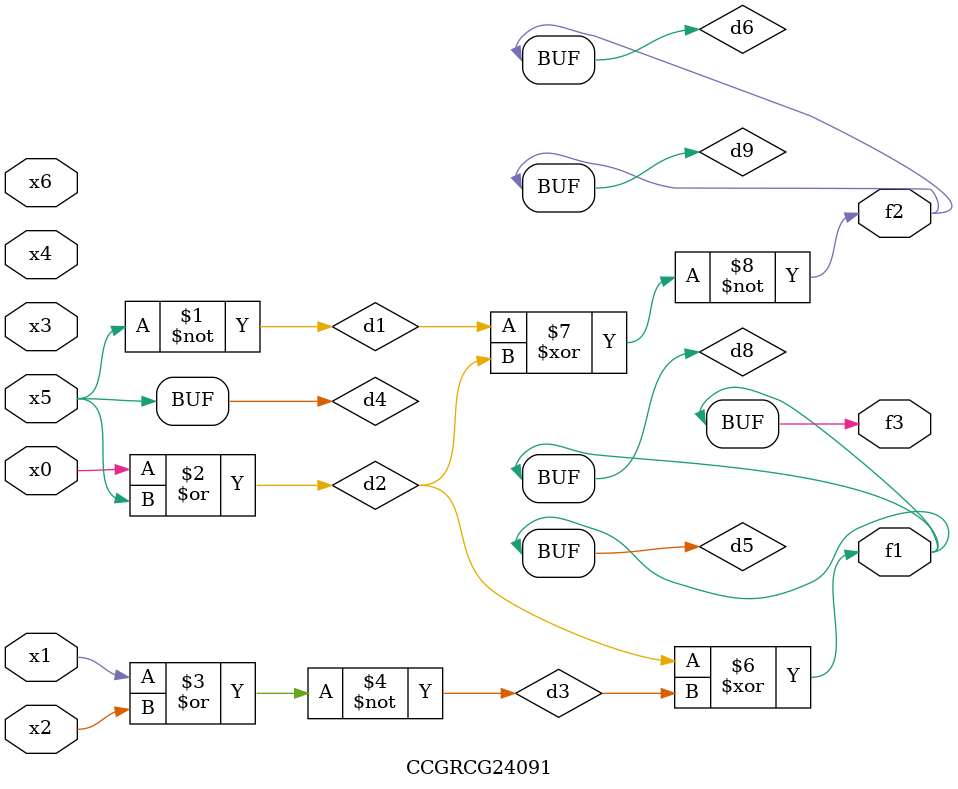
<source format=v>
module CCGRCG24091(
	input x0, x1, x2, x3, x4, x5, x6,
	output f1, f2, f3
);

	wire d1, d2, d3, d4, d5, d6, d7, d8, d9;

	nand (d1, x5);
	or (d2, x0, x5);
	nor (d3, x1, x2);
	xnor (d4, d1);
	xor (d5, d2, d3);
	xnor (d6, d1, d2);
	not (d7, x4);
	buf (d8, d5);
	xor (d9, d6);
	assign f1 = d8;
	assign f2 = d9;
	assign f3 = d8;
endmodule

</source>
